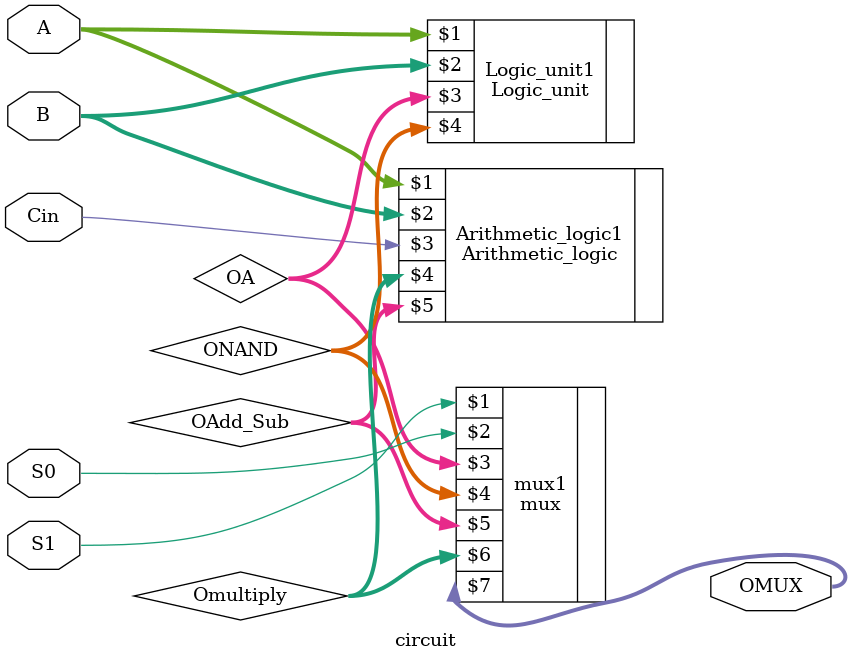
<source format=v>
module circuit (A, B, Cin, S0, S1, OMUX);
	input [1:0]A;
	input [1:0]B;
	input Cin, S0, S1;
	output [3:0]OMUX;
	wire  [3:0]Omultiply;
 	wire [3:0]OAdd_Sub;
	wire [3:0]ONAND;
	wire [3:0] OA;
	Arithmetic_logic Arithmetic_logic1(A, B, Cin, Omultiply, OAdd_Sub);
	Logic_unit Logic_unit1(A, B, OA, ONAND);
	mux mux1 (S1, S0, OA, ONAND, OAdd_Sub, Omultiply, OMUX);
endmodule
	
</source>
